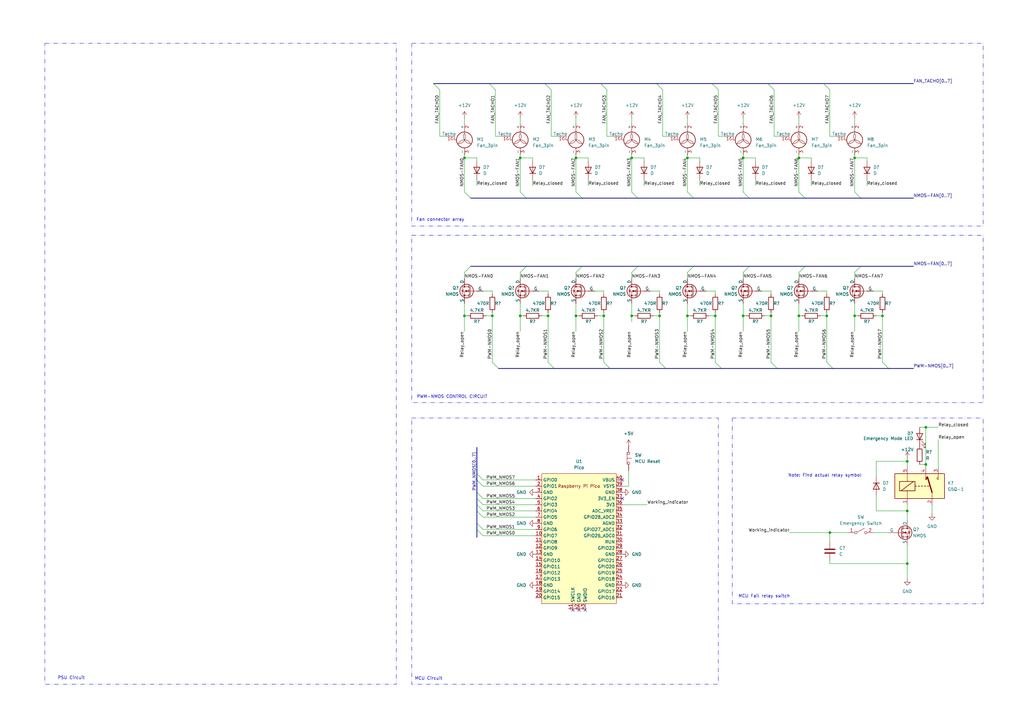
<source format=kicad_sch>
(kicad_sch (version 20231120) (generator "eeschema") (generator_version "8.0")
  (paper "A3")
  (title_block (title "Universal Fan Controller") (rev "1") (company "Designed by: Daniel Siwiaszczyk, Bartosz Nocoń"))
  (lib_symbols
    (symbol "Device:C" (pin_numbers hide) (pin_names (offset 0.254))
      (property "Reference" "C" (at 0.635 2.54 0))
      (property "Value" "C" (at 0.635 -2.54 0))
      (symbol "C_0_1"
        (polyline (pts (xy -2.032 -0.762) (xy 2.032 -0.762)) (stroke (width 0.508)))
        (polyline (pts (xy -2.032 0.762) (xy 2.032 0.762)) (stroke (width 0.508)))
      )
      (symbol "C_1_1"
        (pin passive line (at 0 3.81 270) (length 2.794) (name "~") (number "1"))
        (pin passive line (at 0 -3.81 90) (length 2.794) (name "~") (number "2"))
      )
    )
    (symbol "Device:D" (pin_numbers hide) (pin_names (offset 1.016) hide)
      (property "Reference" "D" (at 0 2.54 0))
      (property "Value" "D" (at 0 -2.54 0))
      (symbol "D_0_1"
        (polyline (pts (xy -1.27 1.27) (xy -1.27 -1.27)) (stroke (width 0.254)))
        (polyline (pts (xy 1.27 0) (xy -1.27 0)))
        (polyline (pts (xy 1.27 1.27) (xy 1.27 -1.27) (xy -1.27 0) (xy 1.27 1.27)) (stroke (width 0.254)))
      )
      (symbol "D_1_1"
        (pin passive line (at -3.81 0 0) (length 2.54) (name "K") (number "1"))
        (pin passive line (at 3.81 0 180) (length 2.54) (name "A") (number "2"))
      )
    )
    (symbol "Device:LED" (pin_numbers hide) (pin_names (offset 1.016) hide)
      (property "Reference" "D" (at 0 2.54 0))
      (property "Value" "LED" (at 0 -2.54 0))
      (symbol "LED_0_1"
        (polyline (pts (xy -1.27 -1.27) (xy -1.27 1.27)) (stroke (width 0.254)))
        (polyline (pts (xy -1.27 0) (xy 1.27 0)))
        (polyline (pts (xy 1.27 -1.27) (xy 1.27 1.27) (xy -1.27 0) (xy 1.27 -1.27)) (stroke (width 0.254)))
        (polyline (pts (xy -3.048 -0.762) (xy -4.572 -2.286) (xy -3.81 -2.286) (xy -4.572 -2.286) (xy -4.572 -1.524)))
        (polyline (pts (xy -1.778 -0.762) (xy -3.302 -2.286) (xy -2.54 -2.286) (xy -3.302 -2.286) (xy -3.302 -1.524)))
      )
      (symbol "LED_1_1"
        (pin passive line (at -3.81 0 0) (length 2.54) (name "K") (number "1"))
        (pin passive line (at 3.81 0 180) (length 2.54) (name "A") (number "2"))
      )
    )
    (symbol "Device:R" (pin_numbers hide) (pin_names (offset 0))
      (property "Reference" "R" (at 2.032 0 90))
      (property "Value" "R" (at 0 0 90))
      (symbol "R_0_1"
        (rectangle (start -1.016 -2.54) (end 1.016 2.54) (stroke (width 0.254)))
      )
      (symbol "R_1_1"
        (pin passive line (at 0 3.81 270) (length 1.27) (name "~") (number "1"))
        (pin passive line (at 0 -3.81 90) (length 1.27) (name "~") (number "2"))
      )
    )
    (symbol "MCU_RaspberryPi_and_Boards:Pico"
      (property "Reference" "U" (at -13.97 27.94 0))
      (property "Value" "Pico" (at 0 19.05 0))
      (symbol "Pico_0_0"
        (text "Raspberry Pi Pico" (at 0 21.59 0) (effects (font (size 1.27 1.27))))
      )
      (symbol "Pico_0_1"
        (rectangle (start -15.24 26.67) (end 15.24 -26.67) (fill (type background)))
      )
      (symbol "Pico_1_1"
        (pin bidirectional line (at -17.78 24.13 0) (length 2.54) (name "GPIO0") (number "1"))
        (pin bidirectional line (at -17.78 1.27 0) (length 2.54) (name "GPIO7") (number "10"))
        (pin bidirectional line (at -17.78 -1.27 0) (length 2.54) (name "GPIO8") (number "11"))
        (pin bidirectional line (at -17.78 -3.81 0) (length 2.54) (name "GPIO9") (number "12"))
        (pin power_in line (at -17.78 -6.35 0) (length 2.54) (name "GND") (number "13"))
        (pin bidirectional line (at -17.78 -8.89 0) (length 2.54) (name "GPIO10") (number "14"))
        (pin bidirectional line (at -17.78 -11.43 0) (length 2.54) (name "GPIO11") (number "15"))
        (pin bidirectional line (at -17.78 -13.97 0) (length 2.54) (name "GPIO12") (number "16"))
        (pin bidirectional line (at -17.78 -16.51 0) (length 2.54) (name "GPIO13") (number "17"))
        (pin power_in line (at -17.78 -19.05 0) (length 2.54) (name "GND") (number "18"))
        (pin bidirectional line (at -17.78 -21.59 0) (length 2.54) (name "GPIO14") (number "19"))
        (pin bidirectional line (at -17.78 21.59 0) (length 2.54) (name "GPIO1") (number "2"))
        (pin bidirectional line (at -17.78 -24.13 0) (length 2.54) (name "GPIO15") (number "20"))
        (pin bidirectional line (at 17.78 -24.13 180) (length 2.54) (name "GPIO16") (number "21"))
        (pin bidirectional line (at 17.78 -21.59 180) (length 2.54) (name "GPIO17") (number "22"))
        (pin power_in line (at 17.78 -19.05 180) (length 2.54) (name "GND") (number "23"))
        (pin bidirectional line (at 17.78 -16.51 180) (length 2.54) (name "GPIO18") (number "24"))
        (pin bidirectional line (at 17.78 -13.97 180) (length 2.54) (name "GPIO19") (number "25"))
        (pin bidirectional line (at 17.78 -11.43 180) (length 2.54) (name "GPIO20") (number "26"))
        (pin bidirectional line (at 17.78 -8.89 180) (length 2.54) (name "GPIO21") (number "27"))
        (pin power_in line (at 17.78 -6.35 180) (length 2.54) (name "GND") (number "28"))
        (pin bidirectional line (at 17.78 -3.81 180) (length 2.54) (name "GPIO22") (number "29"))
        (pin power_in line (at -17.78 19.05 0) (length 2.54) (name "GND") (number "3"))
        (pin input line (at 17.78 -1.27 180) (length 2.54) (name "RUN") (number "30"))
        (pin bidirectional line (at 17.78 1.27 180) (length 2.54) (name "GPIO26_ADC0") (number "31"))
        (pin bidirectional line (at 17.78 3.81 180) (length 2.54) (name "GPIO27_ADC1") (number "32"))
        (pin power_in line (at 17.78 6.35 180) (length 2.54) (name "AGND") (number "33"))
        (pin bidirectional line (at 17.78 8.89 180) (length 2.54) (name "GPIO28_ADC2") (number "34"))
        (pin power_in line (at 17.78 11.43 180) (length 2.54) (name "ADC_VREF") (number "35"))
        (pin power_in line (at 17.78 13.97 180) (length 2.54) (name "3V3") (number "36"))
        (pin input line (at 17.78 16.51 180) (length 2.54) (name "3V3_EN") (number "37"))
        (pin power_in line (at 17.78 19.05 180) (length 2.54) (name "GND") (number "38"))
        (pin power_in line (at 17.78 21.59 180) (length 2.54) (name "VSYS") (number "39"))
        (pin bidirectional line (at -17.78 16.51 0) (length 2.54) (name "GPIO2") (number "4"))
        (pin power_in line (at 17.78 24.13 180) (length 2.54) (name "VBUS") (number "40"))
        (pin input line (at -2.54 -29.21 90) (length 2.54) (name "SWCLK") (number "41"))
        (pin power_in line (at 0 -29.21 90) (length 2.54) (name "GND") (number "42"))
        (pin bidirectional line (at 2.54 -29.21 90) (length 2.54) (name "SWDIO") (number "43"))
        (pin bidirectional line (at -17.78 13.97 0) (length 2.54) (name "GPIO3") (number "5"))
        (pin bidirectional line (at -17.78 11.43 0) (length 2.54) (name "GPIO4") (number "6"))
        (pin bidirectional line (at -17.78 8.89 0) (length 2.54) (name "GPIO5") (number "7"))
        (pin power_in line (at -17.78 6.35 0) (length 2.54) (name "GND") (number "8"))
        (pin bidirectional line (at -17.78 3.81 0) (length 2.54) (name "GPIO6") (number "9"))
      )
    )
    (symbol "Motor:Fan_3pin" (pin_names (offset 0))
      (property "Reference" "M" (at 2.54 2.54 0))
      (property "Value" "Fan_3pin" (at 2.54 -5.08 0))
      (symbol "Fan_3pin_0_0"
        (arc (start -5.588 -1.016) (mid -5.08 -1.5218) (end -4.572 -1.016))
        (arc (start -5.08 -0.508) (mid -5.4392 -0.6568) (end -5.588 -1.016))
        (polyline (pts (xy -5.08 -0.508) (xy -5.334 -0.381)))
        (polyline (pts (xy -5.08 -0.508) (xy -5.207 -0.762)))
        (polyline (pts (xy -4.064 0) (xy -4.064 -1.524) (xy -3.302 -1.524)))
      )
      (symbol "Fan_3pin_0_1"
        (arc (start -2.54 -3.048) (mid 0.0028 -1.6279) (end 0 1.27))
        (circle (center 0 -1.524) (radius 3.2512) (stroke (width 0.254)))
        (polyline (pts (xy -4.064 0) (xy -5.08 0)))
        (polyline (pts (xy 0 -7.62) (xy 0 -7.112)))
        (polyline (pts (xy 0 -4.7752) (xy 0 -5.1816)))
        (polyline (pts (xy 0 1.7272) (xy 0 2.0828)))
        (polyline (pts (xy 0 2.032) (xy 0 2.54)))
        (arc (start 0 1.27) (mid 0.053 -1.619) (end 2.54 -3.048))
        (arc (start 2.54 -3.048) (mid 0 -1.4782) (end -2.54 -3.048))
      )
      (symbol "Fan_3pin_1_1"
        (pin passive line (at -7.62 0 0) (length 2.54) (name "Tacho") (number "1"))
        (pin passive line (at 0 5.08 270) (length 2.54) (name "+") (number "2"))
        (pin passive line (at 0 -7.62 90) (length 2.54) (name "-") (number "3"))
      )
    )
    (symbol "Relay:G5Q-1"
      (property "Reference" "K" (at 11.43 3.81 0))
      (property "Value" "G5Q-1" (at 11.43 1.27 0))
      (symbol "G5Q-1_0_0"
        (polyline (pts (xy 7.62 5.08) (xy 7.62 2.54) (xy 6.985 3.175) (xy 7.62 3.81)))
      )
      (symbol "G5Q-1_0_1"
        (rectangle (start -10.16 5.08) (end 10.16 -5.08) (stroke (width 0.254)) (fill (type background)))
        (rectangle (start -8.255 1.905) (end -1.905 -1.905) (stroke (width 0.254)))
        (polyline (pts (xy -7.62 -1.905) (xy -2.54 1.905)) (stroke (width 0.254)))
        (polyline (pts (xy -5.08 -5.08) (xy -5.08 -1.905)))
        (polyline (pts (xy -5.08 5.08) (xy -5.08 1.905)))
        (polyline (pts (xy -1.905 0) (xy -1.27 0)) (stroke (width 0.254)))
        (polyline (pts (xy -0.635 0) (xy 0 0)) (stroke (width 0.254)))
        (polyline (pts (xy 0.635 0) (xy 1.27 0)) (stroke (width 0.254)))
        (polyline (pts (xy 1.905 0) (xy 2.54 0)) (stroke (width 0.254)))
        (polyline (pts (xy 3.175 0) (xy 3.81 0)) (stroke (width 0.254)))
        (polyline (pts (xy 5.08 -2.54) (xy 3.175 3.81)) (stroke (width 0.508)))
        (polyline (pts (xy 5.08 -2.54) (xy 5.08 -5.08)))
        (polyline (pts (xy 2.54 5.08) (xy 2.54 2.54) (xy 3.175 3.175) (xy 2.54 3.81)) (fill (type outline)))
      )
      (symbol "G5Q-1_1_1"
        (pin passive line (at -5.08 -7.62 90) (length 2.54) (name "~") (number "1"))
        (pin passive line (at 5.08 -7.62 90) (length 2.54) (name "~") (number "2"))
        (pin passive line (at 7.62 7.62 270) (length 2.54) (name "~") (number "3"))
        (pin passive line (at 2.54 7.62 270) (length 2.54) (name "~") (number "4"))
        (pin passive line (at -5.08 7.62 270) (length 2.54) (name "~") (number "5"))
      )
    )
    (symbol "Simulation_SPICE:NMOS" (pin_numbers hide) (pin_names (offset 0))
      (property "Reference" "Q" (at 5.08 1.27 0))
      (property "Value" "NMOS" (at 5.08 -1.27 0))
      (symbol "NMOS_0_1"
        (polyline (pts (xy 0.254 0) (xy -2.54 0)))
        (polyline (pts (xy 0.254 1.905) (xy 0.254 -1.905)) (stroke (width 0.254)))
        (polyline (pts (xy 0.762 -1.27) (xy 0.762 -2.286)) (stroke (width 0.254)))
        (polyline (pts (xy 0.762 0.508) (xy 0.762 -0.508)) (stroke (width 0.254)))
        (polyline (pts (xy 0.762 2.286) (xy 0.762 1.27)) (stroke (width 0.254)))
        (polyline (pts (xy 2.54 2.54) (xy 2.54 1.778)))
        (polyline (pts (xy 2.54 -2.54) (xy 2.54 0) (xy 0.762 0)))
        (polyline (pts (xy 0.762 -1.778) (xy 3.302 -1.778) (xy 3.302 1.778) (xy 0.762 1.778)))
        (polyline (pts (xy 1.016 0) (xy 2.032 0.381) (xy 2.032 -0.381) (xy 1.016 0)) (fill (type outline)))
        (polyline (pts (xy 2.794 0.508) (xy 2.921 0.381) (xy 3.683 0.381) (xy 3.81 0.254)))
        (polyline (pts (xy 3.302 0.381) (xy 2.921 -0.254) (xy 3.683 -0.254) (xy 3.302 0.381)))
        (circle (center 1.651 0) (radius 2.794) (stroke (width 0.254)))
        (circle (center 2.54 -1.778) (radius 0.254) (fill (type outline)))
        (circle (center 2.54 1.778) (radius 0.254) (fill (type outline)))
      )
      (symbol "NMOS_1_1"
        (pin passive line (at 2.54 5.08 270) (length 2.54) (name "D") (number "1"))
        (pin input line (at -5.08 0 0) (length 2.54) (name "G") (number "2"))
        (pin passive line (at 2.54 -5.08 90) (length 2.54) (name "S") (number "3"))
      )
    )
    (symbol "Switch:SW_Push_Open" (pin_numbers hide) (pin_names (offset 1.016) hide)
      (property "Reference" "SW" (at 0 2.54 0))
      (property "Value" "SW_Push_Open" (at 0 -1.905 0))
      (symbol "SW_Push_Open_0_1"
        (circle (center -2.032 0) (radius 0.508))
        (polyline (pts (xy -2.54 -0.635) (xy 2.54 -0.635)))
        (polyline (pts (xy 0 -0.635) (xy 0 1.27)))
        (circle (center 2.032 0) (radius 0.508))
        (pin passive line (at -5.08 0 0) (length 2.54) (name "A") (number "1"))
      )
      (symbol "SW_Push_Open_1_1"
        (pin passive line (at 5.08 0 180) (length 2.54) (name "B") (number "2"))
      )
    )
    (symbol "Switch:SW_SPST" (pin_names (offset 0) hide)
      (property "Reference" "SW" (at 0 3.175 0))
      (property "Value" "SW_SPST" (at 0 -2.54 0))
      (symbol "SW_SPST_0_0"
        (circle (center -2.032 0) (radius 0.508))
        (polyline (pts (xy -1.524 0.254) (xy 1.524 1.778)))
        (circle (center 2.032 0) (radius 0.508))
      )
      (symbol "SW_SPST_1_1"
        (pin passive line (at -5.08 0 0) (length 2.54) (name "A") (number "1"))
        (pin passive line (at 5.08 0 180) (length 2.54) (name "B") (number "2"))
      )
    )
    (symbol "power:+12V" (power) (pin_numbers hide) (pin_names (offset 0) hide)
      (property "Value" "+12V" (at 0 3.556 0))
      (symbol "+12V_0_1"
        (polyline (pts (xy -0.762 1.27) (xy 0 2.54)))
        (polyline (pts (xy 0 0) (xy 0 2.54)))
        (polyline (pts (xy 0 2.54) (xy 0.762 1.27)))
      )
      (symbol "+12V_1_1"
        (pin power_in line (at 0 0 90) (length 0) (name "~") (number "1"))
      )
    )
    (symbol "power:+5V" (power) (pin_numbers hide) (pin_names (offset 0) hide)
      (property "Value" "+5V" (at 0 3.556 0))
      (symbol "+5V_0_1"
        (polyline (pts (xy -0.762 1.27) (xy 0 2.54)))
        (polyline (pts (xy 0 0) (xy 0 2.54)))
        (polyline (pts (xy 0 2.54) (xy 0.762 1.27)))
      )
      (symbol "+5V_1_1"
        (pin power_in line (at 0 0 90) (length 0) (name "~") (number "1"))
      )
    )
    (symbol "power:GND" (power) (pin_numbers hide) (pin_names (offset 0) hide)
      (property "Value" "GND" (at 0 -3.81 0))
      (symbol "GND_0_1"
        (polyline (pts (xy 0 0) (xy 0 -1.27) (xy 1.27 -1.27) (xy 0 -2.54) (xy -1.27 -1.27) (xy 0 -1.27)))
      )
      (symbol "GND_1_1"
        (pin power_in line (at 0 0 270) (length 0) (name "~") (number "1"))
      )
    )
  )
  (junction (at 350.52 64.77))
  (junction (at 236.22 64.77))
  (junction (at 259.08 64.77))
  (junction (at 281.94 64.77))
  (junction (at 224.79 129.54))
  (junction (at 281.94 129.54))
  (junction (at 327.66 64.77))
  (junction (at 350.52 129.54))
  (junction (at 361.95 129.54))
  (junction (at 259.08 129.54))
  (junction (at 236.22 129.54))
  (junction (at 213.36 64.77))
  (junction (at 372.11 189.23))
  (junction (at 190.5 64.77))
  (junction (at 379.73 175.26))
  (junction (at 379.73 190.5))
  (junction (at 304.8 64.77))
  (junction (at 270.51 129.54))
  (junction (at 293.37 129.54))
  (junction (at 316.23 129.54))
  (junction (at 247.65 129.54))
  (junction (at 327.66 129.54))
  (junction (at 340.36 218.44))
  (junction (at 304.8 129.54))
  (junction (at 190.5 129.54))
  (junction (at 201.93 129.54))
  (junction (at 213.36 129.54))
  (junction (at 339.09 129.54))
  (junction (at 372.11 209.55))
  (junction (at 372.11 231.14))
  (no_connect (at 255.27 204.47))
  (no_connect (at 234.95 250.19))
  (no_connect (at 240.03 250.19))
  (no_connect (at 237.49 250.19))
  (no_connect (at 255.27 196.85))
  (bus_entry (at 269.24 34.29) (size 2.54 2.54))
  (bus_entry (at 364.49 151.13) (size -2.54 -2.54))
  (bus_entry (at 337.82 34.29) (size 2.54 2.54))
  (bus_entry (at 177.8 34.29) (size 2.54 2.54))
  (bus_entry (at 341.63 151.13) (size -2.54 -2.54))
  (bus_entry (at 246.38 34.29) (size 2.54 2.54))
  (bus_entry (at 284.48 109.22) (size -2.54 2.54))
  (bus_entry (at 193.04 81.28) (size -2.54 -2.54))
  (bus_entry (at 195.58 217.17) (size 2.54 2.54))
  (bus_entry (at 295.91 151.13) (size -2.54 -2.54))
  (bus_entry (at 318.77 151.13) (size -2.54 -2.54))
  (bus_entry (at 195.58 214.63) (size 2.54 2.54))
  (bus_entry (at 307.34 81.28) (size -2.54 -2.54))
  (bus_entry (at 238.76 81.28) (size -2.54 -2.54))
  (bus_entry (at 195.58 209.55) (size 2.54 2.54))
  (bus_entry (at 215.9 81.28) (size -2.54 -2.54))
  (bus_entry (at 195.58 207.01) (size 2.54 2.54))
  (bus_entry (at 330.2 81.28) (size -2.54 -2.54))
  (bus_entry (at 330.2 109.22) (size -2.54 2.54))
  (bus_entry (at 284.48 81.28) (size -2.54 -2.54))
  (bus_entry (at 195.58 201.93) (size 2.54 2.54))
  (bus_entry (at 238.76 109.22) (size -2.54 2.54))
  (bus_entry (at 261.62 109.22) (size -2.54 2.54))
  (bus_entry (at 353.06 109.22) (size -2.54 2.54))
  (bus_entry (at 273.05 151.13) (size -2.54 -2.54))
  (bus_entry (at 215.9 109.22) (size -2.54 2.54))
  (bus_entry (at 250.19 151.13) (size -2.54 -2.54))
  (bus_entry (at 195.58 196.85) (size 2.54 2.54))
  (bus_entry (at 195.58 194.31) (size 2.54 2.54))
  (bus_entry (at 200.66 34.29) (size 2.54 2.54))
  (bus_entry (at 261.62 81.28) (size -2.54 -2.54))
  (bus_entry (at 353.06 81.28) (size -2.54 -2.54))
  (bus_entry (at 204.47 151.13) (size -2.54 -2.54))
  (bus_entry (at 227.33 151.13) (size -2.54 -2.54))
  (bus_entry (at 307.34 109.22) (size -2.54 2.54))
  (bus_entry (at 195.58 204.47) (size 2.54 2.54))
  (bus_entry (at 314.96 34.29) (size 2.54 2.54))
  (bus_entry (at 193.04 109.22) (size -2.54 2.54))
  (bus_entry (at 223.52 34.29) (size 2.54 2.54))
  (bus_entry (at 292.1 34.29) (size 2.54 2.54))
  (wire (pts (xy 264.16 64.77) (xy 259.08 64.77)))
  (bus (pts (xy 284.48 109.22) (xy 261.62 109.22)))
  (wire (pts (xy 201.93 129.54) (xy 199.39 129.54)))
  (wire (pts (xy 327.66 129.54) (xy 327.66 135.89)))
  (wire (pts (xy 236.22 124.46) (xy 236.22 129.54)))
  (wire (pts (xy 359.41 195.58) (xy 359.41 189.23)))
  (wire (pts (xy 248.92 55.88) (xy 251.46 55.88)))
  (wire (pts (xy 361.95 120.65) (xy 361.95 119.38)))
  (bus (pts (xy 250.19 151.13) (xy 227.33 151.13)))
  (wire (pts (xy 195.58 64.77) (xy 190.5 64.77)))
  (wire (pts (xy 316.23 129.54) (xy 313.69 129.54)))
  (wire (pts (xy 339.09 119.38) (xy 335.28 119.38)))
  (wire (pts (xy 270.51 129.54) (xy 270.51 128.27)))
  (wire (pts (xy 201.93 119.38) (xy 198.12 119.38)))
  (wire (pts (xy 316.23 129.54) (xy 316.23 148.59)))
  (bus (pts (xy 177.8 34.29) (xy 200.66 34.29)))
  (wire (pts (xy 236.22 111.76) (xy 236.22 114.3)))
  (wire (pts (xy 247.65 120.65) (xy 247.65 119.38)))
  (wire (pts (xy 198.12 207.01) (xy 219.71 207.01)))
  (wire (pts (xy 328.93 129.54) (xy 327.66 129.54)))
  (wire (pts (xy 361.95 119.38) (xy 358.14 119.38)))
  (wire (pts (xy 304.8 129.54) (xy 304.8 135.89)))
  (wire (pts (xy 304.8 124.46) (xy 304.8 129.54)))
  (wire (pts (xy 361.95 129.54) (xy 359.41 129.54)))
  (wire (pts (xy 304.8 48.26) (xy 304.8 50.8)))
  (wire (pts (xy 306.07 129.54) (xy 304.8 129.54)))
  (bus (pts (xy 195.58 209.55) (xy 195.58 214.63)))
  (bus (pts (xy 195.58 204.47) (xy 195.58 207.01)))
  (wire (pts (xy 201.93 129.54) (xy 201.93 128.27)))
  (bus (pts (xy 195.58 217.17) (xy 195.58 220.345)))
  (wire (pts (xy 236.22 63.5) (xy 236.22 64.77)))
  (wire (pts (xy 339.09 129.54) (xy 339.09 148.59)))
  (wire (pts (xy 339.09 129.54) (xy 339.09 128.27)))
  (bus (pts (xy 223.52 34.29) (xy 246.38 34.29)))
  (bus (pts (xy 250.19 151.13) (xy 273.05 151.13)))
  (wire (pts (xy 350.52 48.26) (xy 350.52 50.8)))
  (wire (pts (xy 259.08 129.54) (xy 259.08 132.08)))
  (wire (pts (xy 293.37 120.65) (xy 293.37 119.38)))
  (wire (pts (xy 224.79 129.54) (xy 224.79 148.59)))
  (wire (pts (xy 213.36 111.76) (xy 213.36 114.3)))
  (wire (pts (xy 384.81 175.26) (xy 379.73 175.26)))
  (wire (pts (xy 339.09 129.54) (xy 336.55 129.54)))
  (wire (pts (xy 180.34 55.88) (xy 182.88 55.88)))
  (wire (pts (xy 270.51 120.65) (xy 270.51 119.38)))
  (wire (pts (xy 355.6 66.04) (xy 355.6 64.77)))
  (wire (pts (xy 191.77 129.54) (xy 190.5 129.54)))
  (wire (pts (xy 224.79 119.38) (xy 220.98 119.38)))
  (wire (pts (xy 377.19 190.5) (xy 379.73 190.5)))
  (wire (pts (xy 255.27 207.01) (xy 265.43 207.01)))
  (wire (pts (xy 264.16 76.2) (xy 264.16 73.66)))
  (wire (pts (xy 327.66 124.46) (xy 327.66 129.54)))
  (wire (pts (xy 198.12 196.85) (xy 219.71 196.85)))
  (wire (pts (xy 195.58 66.04) (xy 195.58 64.77)))
  (wire (pts (xy 283.21 129.54) (xy 281.94 129.54)))
  (wire (pts (xy 247.65 119.38) (xy 243.84 119.38)))
  (wire (pts (xy 218.44 76.2) (xy 218.44 73.66)))
  (bus (pts (xy 307.34 81.28) (xy 330.2 81.28)))
  (wire (pts (xy 317.5 55.88) (xy 320.04 55.88)))
  (wire (pts (xy 294.64 55.88) (xy 297.18 55.88)))
  (wire (pts (xy 259.08 64.77) (xy 259.08 78.74)))
  (wire (pts (xy 270.51 119.38) (xy 266.7 119.38)))
  (bus (pts (xy 330.2 81.28) (xy 353.06 81.28)))
  (wire (pts (xy 293.37 129.54) (xy 293.37 128.27)))
  (wire (pts (xy 198.12 209.55) (xy 219.71 209.55)))
  (wire (pts (xy 340.36 218.44) (xy 340.36 222.25)))
  (bus (pts (xy 215.9 81.28) (xy 238.76 81.28)))
  (bus (pts (xy 195.58 214.63) (xy 195.58 217.17)))
  (wire (pts (xy 316.23 120.65) (xy 316.23 119.38)))
  (wire (pts (xy 201.93 120.65) (xy 201.93 119.38)))
  (wire (pts (xy 198.12 219.71) (xy 219.71 219.71)))
  (wire (pts (xy 201.93 129.54) (xy 201.93 148.59)))
  (wire (pts (xy 316.23 119.38) (xy 312.42 119.38)))
  (bus (pts (xy 193.04 81.28) (xy 215.9 81.28)))
  (wire (pts (xy 294.64 36.83) (xy 294.64 55.88)))
  (wire (pts (xy 361.95 129.54) (xy 361.95 128.27)))
  (wire (pts (xy 359.41 203.2) (xy 359.41 209.55)))
  (wire (pts (xy 361.95 129.54) (xy 361.95 148.59)))
  (bus (pts (xy 269.24 34.29) (xy 292.1 34.29)))
  (wire (pts (xy 332.74 66.04) (xy 332.74 64.77)))
  (wire (pts (xy 340.36 231.14) (xy 372.11 231.14)))
  (bus (pts (xy 238.76 109.22) (xy 215.9 109.22)))
  (wire (pts (xy 372.11 231.14) (xy 372.11 237.49)))
  (wire (pts (xy 248.92 36.83) (xy 248.92 55.88)))
  (bus (pts (xy 341.63 151.13) (xy 318.77 151.13)))
  (wire (pts (xy 379.73 175.26) (xy 379.73 190.5)))
  (wire (pts (xy 309.88 64.77) (xy 304.8 64.77)))
  (wire (pts (xy 180.34 36.83) (xy 180.34 55.88)))
  (wire (pts (xy 350.52 111.76) (xy 350.52 114.3)))
  (wire (pts (xy 281.94 129.54) (xy 281.94 135.89)))
  (wire (pts (xy 359.41 189.23) (xy 372.11 189.23)))
  (bus (pts (xy 195.58 196.85) (xy 195.58 201.93)))
  (wire (pts (xy 247.65 129.54) (xy 245.11 129.54)))
  (wire (pts (xy 372.11 209.55) (xy 372.11 213.36)))
  (wire (pts (xy 372.11 187.96) (xy 372.11 189.23)))
  (wire (pts (xy 281.94 48.26) (xy 281.94 50.8)))
  (wire (pts (xy 350.52 124.46) (xy 350.52 129.54)))
  (wire (pts (xy 214.63 129.54) (xy 213.36 129.54)))
  (wire (pts (xy 327.66 64.77) (xy 327.66 78.74)))
  (wire (pts (xy 304.8 111.76) (xy 304.8 114.3)))
  (wire (pts (xy 190.5 111.76) (xy 190.5 114.3)))
  (wire (pts (xy 293.37 129.54) (xy 290.83 129.54)))
  (wire (pts (xy 287.02 66.04) (xy 287.02 64.77)))
  (wire (pts (xy 281.94 63.5) (xy 281.94 64.77)))
  (wire (pts (xy 340.36 218.44) (xy 347.98 218.44)))
  (wire (pts (xy 236.22 129.54) (xy 236.22 135.89)))
  (wire (pts (xy 379.73 190.5) (xy 379.73 191.77)))
  (wire (pts (xy 198.12 212.09) (xy 219.71 212.09)))
  (bus (pts (xy 341.63 151.13) (xy 364.49 151.13)))
  (wire (pts (xy 327.66 48.26) (xy 327.66 50.8)))
  (wire (pts (xy 309.88 76.2) (xy 309.88 73.66)))
  (wire (pts (xy 340.36 36.83) (xy 340.36 55.88)))
  (bus (pts (xy 238.76 109.22) (xy 261.62 109.22)))
  (wire (pts (xy 190.5 64.77) (xy 190.5 78.74)))
  (wire (pts (xy 241.3 64.77) (xy 236.22 64.77)))
  (wire (pts (xy 340.36 229.87) (xy 340.36 231.14)))
  (wire (pts (xy 355.6 76.2) (xy 355.6 73.66)))
  (wire (pts (xy 332.74 64.77) (xy 327.66 64.77)))
  (wire (pts (xy 316.23 129.54) (xy 316.23 128.27)))
  (wire (pts (xy 190.5 63.5) (xy 190.5 64.77)))
  (wire (pts (xy 271.78 55.88) (xy 274.32 55.88)))
  (bus (pts (xy 195.58 194.31) (xy 195.58 196.85)))
  (wire (pts (xy 224.79 120.65) (xy 224.79 119.38)))
  (wire (pts (xy 382.27 207.01) (xy 382.27 210.82)))
  (wire (pts (xy 203.2 36.83) (xy 203.2 55.88)))
  (wire (pts (xy 237.49 129.54) (xy 236.22 129.54)))
  (bus (pts (xy 353.06 81.28) (xy 374.65 81.28)))
  (wire (pts (xy 247.65 129.54) (xy 247.65 148.59)))
  (wire (pts (xy 259.08 111.76) (xy 259.08 114.3)))
  (wire (pts (xy 281.94 124.46) (xy 281.94 129.54)))
  (bus (pts (xy 204.47 151.13) (xy 227.33 151.13)))
  (wire (pts (xy 281.94 64.77) (xy 281.94 78.74)))
  (wire (pts (xy 270.51 129.54) (xy 270.51 148.59)))
  (wire (pts (xy 350.52 129.54) (xy 350.52 135.89)))
  (bus (pts (xy 238.76 81.28) (xy 261.62 81.28)))
  (bus (pts (xy 314.96 34.29) (xy 337.82 34.29)))
  (wire (pts (xy 190.5 129.54) (xy 190.5 135.89)))
  (wire (pts (xy 195.58 76.2) (xy 195.58 73.66)))
  (wire (pts (xy 271.78 36.83) (xy 271.78 55.88)))
  (wire (pts (xy 323.85 218.44) (xy 340.36 218.44)))
  (bus (pts (xy 337.82 34.29) (xy 374.65 34.29)))
  (bus (pts (xy 295.91 151.13) (xy 318.77 151.13)))
  (wire (pts (xy 317.5 36.83) (xy 317.5 55.88)))
  (wire (pts (xy 260.35 129.54) (xy 259.08 129.54)))
  (wire (pts (xy 372.11 207.01) (xy 372.11 209.55)))
  (wire (pts (xy 259.08 124.46) (xy 259.08 129.54)))
  (wire (pts (xy 304.8 63.5) (xy 304.8 64.77)))
  (wire (pts (xy 247.65 129.54) (xy 247.65 128.27)))
  (wire (pts (xy 377.19 175.26) (xy 379.73 175.26)))
  (wire (pts (xy 372.11 189.23) (xy 372.11 191.77)))
  (wire (pts (xy 257.81 193.04) (xy 257.81 199.39)))
  (wire (pts (xy 293.37 129.54) (xy 293.37 148.59)))
  (wire (pts (xy 224.79 129.54) (xy 224.79 128.27)))
  (bus (pts (xy 307.34 109.22) (xy 330.2 109.22)))
  (wire (pts (xy 340.36 55.88) (xy 342.9 55.88)))
  (wire (pts (xy 358.14 218.44) (xy 364.49 218.44)))
  (bus (pts (xy 195.58 207.01) (xy 195.58 209.55)))
  (wire (pts (xy 226.06 36.83) (xy 226.06 55.88)))
  (bus (pts (xy 330.2 109.22) (xy 353.06 109.22)))
  (wire (pts (xy 203.2 55.88) (xy 205.74 55.88)))
  (bus (pts (xy 195.58 183.515) (xy 195.58 194.31)))
  (wire (pts (xy 327.66 63.5) (xy 327.66 64.77)))
  (wire (pts (xy 190.5 124.46) (xy 190.5 129.54)))
  (wire (pts (xy 351.79 129.54) (xy 350.52 129.54)))
  (wire (pts (xy 350.52 63.5) (xy 350.52 64.77)))
  (wire (pts (xy 287.02 76.2) (xy 287.02 73.66)))
  (bus (pts (xy 261.62 81.28) (xy 284.48 81.28)))
  (bus (pts (xy 364.49 151.13) (xy 374.65 151.13)))
  (wire (pts (xy 359.41 209.55) (xy 372.11 209.55)))
  (bus (pts (xy 195.58 201.93) (xy 195.58 204.47)))
  (wire (pts (xy 257.81 199.39) (xy 255.27 199.39)))
  (wire (pts (xy 309.88 66.04) (xy 309.88 64.77)))
  (bus (pts (xy 284.48 81.28) (xy 307.34 81.28)))
  (wire (pts (xy 355.6 64.77) (xy 350.52 64.77)))
  (wire (pts (xy 213.36 64.77) (xy 213.36 78.74)))
  (wire (pts (xy 350.52 64.77) (xy 350.52 78.74)))
  (wire (pts (xy 332.74 76.2) (xy 332.74 73.66)))
  (wire (pts (xy 293.37 119.38) (xy 289.56 119.38)))
  (wire (pts (xy 270.51 129.54) (xy 267.97 129.54)))
  (wire (pts (xy 236.22 48.26) (xy 236.22 50.8)))
  (wire (pts (xy 372.11 223.52) (xy 372.11 231.14)))
  (wire (pts (xy 190.5 48.26) (xy 190.5 50.8)))
  (bus (pts (xy 292.1 34.29) (xy 314.96 34.29)))
  (wire (pts (xy 198.12 204.47) (xy 219.71 204.47)))
  (bus (pts (xy 193.04 109.22) (xy 215.9 109.22)))
  (wire (pts (xy 241.3 66.04) (xy 241.3 64.77)))
  (wire (pts (xy 259.08 48.26) (xy 259.08 50.8)))
  (wire (pts (xy 327.66 111.76) (xy 327.66 114.3)))
  (wire (pts (xy 218.44 66.04) (xy 218.44 64.77)))
  (wire (pts (xy 236.22 64.77) (xy 236.22 78.74)))
  (wire (pts (xy 304.8 64.77) (xy 304.8 78.74)))
  (wire (pts (xy 224.79 129.54) (xy 222.25 129.54)))
  (wire (pts (xy 384.81 180.34) (xy 384.81 191.77)))
  (wire (pts (xy 218.44 64.77) (xy 213.36 64.77)))
  (wire (pts (xy 213.36 124.46) (xy 213.36 129.54)))
  (bus (pts (xy 353.06 109.22) (xy 374.65 109.22)))
  (wire (pts (xy 213.36 48.26) (xy 213.36 50.8)))
  (wire (pts (xy 213.36 63.5) (xy 213.36 64.77)))
  (bus (pts (xy 200.66 34.29) (xy 223.52 34.29)))
  (wire (pts (xy 259.08 63.5) (xy 259.08 64.77)))
  (wire (pts (xy 241.3 76.2) (xy 241.3 73.66)))
  (wire (pts (xy 339.09 120.65) (xy 339.09 119.38)))
  (bus (pts (xy 246.38 34.29) (xy 269.24 34.29)))
  (wire (pts (xy 264.16 66.04) (xy 264.16 64.77)))
  (wire (pts (xy 281.94 111.76) (xy 281.94 114.3)))
  (bus (pts (xy 295.91 151.13) (xy 273.05 151.13)))
  (bus (pts (xy 284.48 109.22) (xy 307.34 109.22)))
  (wire (pts (xy 213.36 129.54) (xy 213.36 135.89)))
  (wire (pts (xy 287.02 64.77) (xy 281.94 64.77)))
  (wire (pts (xy 226.06 55.88) (xy 228.6 55.88)))
  (wire (pts (xy 198.12 199.39) (xy 219.71 199.39)))
  (wire (pts (xy 198.12 217.17) (xy 219.71 217.17)))
  (rectangle (start 168.91 171.45) (end 294.64 280.67) (stroke (width 0) (type dash_dot_dot)))
  (rectangle (start 18.415 17.78) (end 162.56 280.67) (stroke (width 0) (type dash_dot_dot)))
  (rectangle (start 168.91 17.78) (end 403.225 92.71) (stroke (width 0) (type dash_dot_dot)))
  (rectangle (start 168.91 96.52) (end 403.225 165.1) (stroke (width 0) (type dash_dot_dot)))
  (rectangle (start 300.355 171.45) (end 403.225 247.65) (stroke (width 0) (type dash_dot_dot)))
  (text "MCU Fail relay switch" (at 313.436 244.602 0) (effects (font (size 1.27 1.27))))
  (text "Fan connector array" (at 180.594 90.17 0) (effects (font (size 1.27 1.27))))
  (text "MCU Circuit" (at 175.768 278.384 0) (effects (font (size 1.27 1.27))))
  (text "PWM-NMOS CONTROL CIRCUIT" (at 185.42 162.814 0) (effects (font (size 1.27 1.27))))
  (text "PSU Circuit" (at 29.21 278.13 0) (effects (font (size 1.27 1.27))))
  (text "Note: Find actual relay symbol" (at 338.328 195.072 0) (effects (font (size 1.27 1.27))))
  (label "PWM_NMOS6" (at 199.39 199.39 0))
  (label "PWM_NMOS5" (at 199.39 204.47 0))
  (label "PWM-NMOS[0..7]" (at 374.65 151.13 0))
  (label "PWM-NMOS5" (at 316.23 147.32 90))
  (label "Relay_closed" (at 309.88 76.2 0))
  (label "NMOS-FAN6" (at 327.66 114.3 0))
  (label "FAN_TACHO3" (at 248.92 50.8 90))
  (label "Relay_open" (at 190.5 135.89 270))
  (label "NMOS-FAN4" (at 281.94 114.3 0))
  (label "FAN_TACHO2" (at 226.06 50.8 90))
  (label "Relay_closed" (at 241.3 76.2 0))
  (label "Working_indicator" (at 323.85 218.44 180))
  (label "PWM-NMOS3" (at 270.51 147.32 90))
  (label "NMOS-FAN0" (at 190.5 64.77 270))
  (label "FAN_TACHO[0..7]" (at 374.65 34.29 0))
  (label "Relay_closed" (at 332.74 76.2 0))
  (label "PWM_NMOS7" (at 199.39 196.85 0))
  (label "Relay_open" (at 327.66 135.89 270))
  (label "Relay_open" (at 213.36 135.89 270))
  (label "PWM_NMOS3" (at 199.39 209.55 0))
  (label "FAN_TACHO7" (at 340.36 50.8 90))
  (label "NMOS-FAN2" (at 236.22 64.77 270))
  (label "Relay_closed" (at 355.6 76.2 0))
  (label "PWM-NMOS2" (at 247.65 147.32 90))
  (label "NMOS-FAN[0..7]" (at 374.65 81.28 0))
  (label "FAN_TACHO1" (at 203.2 50.8 90))
  (label "FAN_TACHO6" (at 317.5 50.8 90))
  (label "NMOS-FAN0" (at 190.5 114.3 0))
  (label "Relay_open" (at 350.52 135.89 270))
  (label "PWM_NMOS[0..7]" (at 195.58 201.295 90))
  (label "PWM_NMOS1" (at 199.39 217.17 0))
  (label "NMOS-FAN3" (at 259.08 64.77 270))
  (label "Working_indicator" (at 265.43 207.01 0))
  (label "Relay_closed" (at 384.81 175.26 0))
  (label "NMOS-FAN[0..7]" (at 374.65 109.22 0))
  (label "PWM_NMOS2" (at 199.39 212.09 0))
  (label "NMOS-FAN7" (at 350.52 114.3 0))
  (label "NMOS-FAN3" (at 259.08 114.3 0))
  (label "Relay_open" (at 236.22 135.89 270))
  (label "PWM-NMOS7" (at 361.95 147.32 90))
  (label "Relay_closed" (at 195.58 76.2 0))
  (label "PWM-NMOS4" (at 293.37 147.32 90))
  (label "PWM-NMOS1" (at 224.79 147.32 90))
  (label "Relay_closed" (at 264.16 76.2 0))
  (label "NMOS-FAN4" (at 281.94 64.77 270))
  (label "NMOS-FAN6" (at 327.66 64.77 270))
  (label "PWM_NMOS4" (at 199.39 207.01 0))
  (label "NMOS-FAN5" (at 304.8 64.77 270))
  (label "PWM-NMOS6" (at 339.09 147.32 90))
  (label "NMOS-FAN1" (at 213.36 64.77 270))
  (label "NMOS-FAN1" (at 213.36 114.3 0))
  (label "NMOS-FAN7" (at 350.52 64.77 270))
  (label "Relay_open" (at 304.8 135.89 270))
  (label "Relay_open" (at 259.08 135.89 270))
  (label "PWM-NMOS0" (at 201.93 147.32 90))
  (label "NMOS-FAN2" (at 236.22 114.3 0))
  (label "FAN_TACHO5" (at 294.64 50.8 90))
  (label "NMOS-FAN5" (at 304.8 114.3 0))
  (label "Relay_closed" (at 218.44 76.2 0))
  (label "Relay_open" (at 281.94 135.89 270))
  (label "FAN_TACHO4" (at 271.78 50.8 90))
  (label "Relay_closed" (at 287.02 76.2 0))
  (label "FAN_TACHO0" (at 180.34 50.8 90))
  (label "Relay_open" (at 384.81 180.34 0))
  (label "PWM_NMOS0" (at 199.39 219.71 0))
  (symbol (lib_id "Device:R") (at 264.16 129.54 90) (unit 1)
    (property "Reference" "R?" (at 264.16 131.826 90))
    (property "Value" "4.7KR" (at 264.16 127.254 90))
    (property "Description" "Resistor" (effects (hide yes)))
  )
  (symbol (lib_id "Simulation_SPICE:NMOS") (at 261.62 119.38 0) (mirror y) (unit 1)
    (property "Reference" "Q?" (at 256.794 118.11 0) (effects (justify left)))
    (property "Value" "NMOS" (at 256.794 120.65 0) (effects (justify left)))
    (property "Datasheet" "https://ngspice.sourceforge.io/docs/ngspice-html-manual/manual.xhtml#cha_MOSFETs" (effects (hide yes)))
    (property "Description" "N-MOSFET transistor, drain/source/gate" (effects (hide yes)))
    (property "Sim.Device" "NMOS" (effects (hide yes)))
    (property "Sim.Type" "VDMOS" (effects (hide yes)))
    (property "Sim.Pins" "1=D 2=G 3=S" (effects (hide yes)))
  )
  (symbol (lib_id "power:GND") (at 255.27 240.03 90) (unit 1)
    (property "Reference" "#PWR015" (effects (hide yes)))
    (property "Value" "GND" (at 259.08 240.0299 90) (effects (justify right)))
    (property "Description" "Power symbol creates a global label with name \"GND\" , ground" (effects (hide yes)))
  )
  (symbol (lib_id "Switch:SW_SPST") (at 353.06 218.44 0) (unit 1)
    (property "Reference" "SW" (at 353.06 212.09 0))
    (property "Value" "Emergency Switch" (at 353.06 214.63 0))
    (property "Description" "Single Pole Single Throw (SPST) switch" (effects (hide yes)))
  )
  (symbol (lib_id "power:+12V") (at 327.66 48.26 0) (unit 1)
    (property "Reference" "#PWR07" (effects (hide yes)))
    (property "Value" "+12V" (at 327.66 43.18 0))
    (property "Description" "Power symbol creates a global label with name \"+12V\"" (effects (hide yes)))
  )
  (symbol (lib_id "Device:R") (at 293.37 124.46 180) (unit 1)
    (property "Reference" "R?" (at 295.656 124.46 0))
    (property "Value" "470R" (at 289.56 124.46 0))
    (property "Description" "Resistor" (effects (hide yes)))
  )
  (symbol (lib_id "Device:R") (at 218.44 129.54 90) (unit 1)
    (property "Reference" "R?" (at 218.44 131.826 90))
    (property "Value" "4.7KR" (at 218.44 127.254 90))
    (property "Description" "Resistor" (effects (hide yes)))
  )
  (symbol (lib_id "Simulation_SPICE:NMOS") (at 353.06 119.38 0) (mirror y) (unit 1)
    (property "Reference" "Q?" (at 348.234 118.11 0) (effects (justify left)))
    (property "Value" "NMOS" (at 348.234 120.65 0) (effects (justify left)))
    (property "Datasheet" "https://ngspice.sourceforge.io/docs/ngspice-html-manual/manual.xhtml#cha_MOSFETs" (effects (hide yes)))
    (property "Description" "N-MOSFET transistor, drain/source/gate" (effects (hide yes)))
    (property "Sim.Device" "NMOS" (effects (hide yes)))
    (property "Sim.Type" "VDMOS" (effects (hide yes)))
    (property "Sim.Pins" "1=D 2=G 3=S" (effects (hide yes)))
  )
  (symbol (lib_id "Device:D") (at 264.16 69.85 90) (unit 1)
    (property "Reference" "D?" (at 266.7 68.5799 90) (effects (justify right)))
    (property "Value" "D" (at 266.7 71.1199 90) (effects (justify right)))
    (property "Description" "Diode" (effects (hide yes)))
    (property "Sim.Device" "D" (effects (hide yes)))
    (property "Sim.Pins" "1=K 2=A" (effects (hide yes)))
  )
  (symbol (lib_id "Motor:Fan_3pin") (at 259.08 55.88 0) (unit 1)
    (property "Reference" "M4" (at 264.16 57.1499 0) (effects (justify left)))
    (property "Value" "Fan_3pin" (at 264.16 59.6899 0) (effects (justify left)))
    (property "Datasheet" "http://www.hardwarecanucks.com/forum/attachments/new-builds/16287d1330775095-help-chassis-power-fan-connectors-motherboard-asus_p8z68.jpg" (effects (hide yes)))
    (property "Description" "Fan, tacho output, 3-pin connector" (effects (hide yes)))
  )
  (symbol (lib_id "power:+12V") (at 190.5 48.26 0) (unit 1)
    (property "Reference" "#PWR01" (effects (hide yes)))
    (property "Value" "+12V" (at 190.5 43.18 0))
    (property "Description" "Power symbol creates a global label with name \"+12V\"" (effects (hide yes)))
  )
  (symbol (lib_id "Motor:Fan_3pin") (at 327.66 55.88 0) (unit 1)
    (property "Reference" "M7" (at 332.74 57.1499 0) (effects (justify left)))
    (property "Value" "Fan_3pin" (at 332.74 59.6899 0) (effects (justify left)))
    (property "Datasheet" "http://www.hardwarecanucks.com/forum/attachments/new-builds/16287d1330775095-help-chassis-power-fan-connectors-motherboard-asus_p8z68.jpg" (effects (hide yes)))
    (property "Description" "Fan, tacho output, 3-pin connector" (effects (hide yes)))
  )
  (symbol (lib_id "power:+12V") (at 304.8 48.26 0) (unit 1)
    (property "Reference" "#PWR06" (effects (hide yes)))
    (property "Value" "+12V" (at 304.8 43.18 0))
    (property "Description" "Power symbol creates a global label with name \"+12V\"" (effects (hide yes)))
  )
  (symbol (lib_id "Motor:Fan_3pin") (at 350.52 55.88 0) (unit 1)
    (property "Reference" "M8" (at 355.6 57.1499 0) (effects (justify left)))
    (property "Value" "Fan_3pin" (at 355.6 59.6899 0) (effects (justify left)))
    (property "Datasheet" "http://www.hardwarecanucks.com/forum/attachments/new-builds/16287d1330775095-help-chassis-power-fan-connectors-motherboard-asus_p8z68.jpg" (effects (hide yes)))
    (property "Description" "Fan, tacho output, 3-pin connector" (effects (hide yes)))
  )
  (symbol (lib_id "power:GND") (at 219.71 201.93 270) (unit 1)
    (property "Reference" "#PWR09" (effects (hide yes)))
    (property "Value" "GND" (at 215.9 201.9299 90) (effects (justify right)))
    (property "Description" "Power symbol creates a global label with name \"GND\" , ground" (effects (hide yes)))
  )
  (symbol (lib_id "power:+5V") (at 257.81 182.88 0) (unit 1)
    (property "Reference" "#PWR016" (effects (hide yes)))
    (property "Value" "+5V" (at 257.81 177.8 0))
    (property "Description" "Power symbol creates a global label with name \"+5V\"" (effects (hide yes)))
  )
  (symbol (lib_id "Device:R") (at 270.51 124.46 180) (unit 1)
    (property "Reference" "R?" (at 272.796 124.46 0))
    (property "Value" "470R" (at 266.7 124.46 0))
    (property "Description" "Resistor" (effects (hide yes)))
  )
  (symbol (lib_id "Device:R") (at 224.79 124.46 180) (unit 1)
    (property "Reference" "R?" (at 227.076 124.46 0))
    (property "Value" "470R" (at 220.98 124.46 0))
    (property "Description" "Resistor" (effects (hide yes)))
  )
  (symbol (lib_id "Motor:Fan_3pin") (at 304.8 55.88 0) (unit 1)
    (property "Reference" "M6" (at 309.88 57.1499 0) (effects (justify left)))
    (property "Value" "Fan_3pin" (at 309.88 59.6899 0) (effects (justify left)))
    (property "Datasheet" "http://www.hardwarecanucks.com/forum/attachments/new-builds/16287d1330775095-help-chassis-power-fan-connectors-motherboard-asus_p8z68.jpg" (effects (hide yes)))
    (property "Description" "Fan, tacho output, 3-pin connector" (effects (hide yes)))
  )
  (symbol (lib_id "Device:R") (at 247.65 124.46 180) (unit 1)
    (property "Reference" "R?" (at 249.936 124.46 0))
    (property "Value" "470R" (at 243.84 124.46 0))
    (property "Description" "Resistor" (effects (hide yes)))
  )
  (symbol (lib_id "power:GND") (at 219.71 214.63 270) (unit 1)
    (property "Reference" "#PWR010" (effects (hide yes)))
    (property "Value" "GND" (at 215.9 214.6299 90) (effects (justify right)))
    (property "Description" "Power symbol creates a global label with name \"GND\" , ground" (effects (hide yes)))
  )
  (symbol (lib_id "Device:D") (at 332.74 69.85 90) (unit 1)
    (property "Reference" "D?" (at 335.28 68.5799 90) (effects (justify right)))
    (property "Value" "D" (at 335.28 71.1199 90) (effects (justify right)))
    (property "Description" "Diode" (effects (hide yes)))
    (property "Sim.Device" "D" (effects (hide yes)))
    (property "Sim.Pins" "1=K 2=A" (effects (hide yes)))
  )
  (symbol (lib_id "Device:R") (at 201.93 124.46 180) (unit 1)
    (property "Reference" "R?" (at 204.216 124.46 0))
    (property "Value" "470R" (at 198.12 124.46 0))
    (property "Description" "Resistor" (effects (hide yes)))
  )
  (symbol (lib_id "power:GND") (at 219.71 227.33 270) (unit 1)
    (property "Reference" "#PWR011" (effects (hide yes)))
    (property "Value" "GND" (at 215.9 227.3299 90) (effects (justify right)))
    (property "Description" "Power symbol creates a global label with name \"GND\" , ground" (effects (hide yes)))
  )
  (symbol (lib_id "power:GND") (at 372.11 237.49 0) (unit 1)
    (property "Reference" "#PWR021" (effects (hide yes)))
    (property "Value" "GND" (at 372.11 242.57 0))
    (property "Description" "Power symbol creates a global label with name \"GND\" , ground" (effects (hide yes)))
  )
  (symbol (lib_id "Device:R") (at 241.3 129.54 90) (unit 1)
    (property "Reference" "R?" (at 241.3 131.826 90))
    (property "Value" "4.7KR" (at 241.3 127.254 90))
    (property "Description" "Resistor" (effects (hide yes)))
  )
  (symbol (lib_id "Device:R") (at 377.19 186.69 0) (unit 1)
    (property "Reference" "R?" (at 379.73 185.4199 0) (effects (justify left)))
    (property "Value" "R" (at 379.73 187.9599 0) (effects (justify left)))
    (property "Description" "Resistor" (effects (hide yes)))
  )
  (symbol (lib_id "Device:LED") (at 377.19 179.07 90) (unit 1)
    (property "Reference" "D?" (at 374.65 177.8 90) (effects (justify left)))
    (property "Value" "Emergency Mode LED" (at 374.65 179.832 90) (effects (justify left)))
    (property "Description" "Light emitting diode" (effects (hide yes)))
  )
  (symbol (lib_id "MCU_RaspberryPi_and_Boards:Pico") (at 237.49 220.98 0) (unit 1)
    (property "Reference" "U1" (at 237.49 189.23 0))
    (property "Value" "Pico" (at 237.49 191.77 0))
    (property "Footprint" "MCU_RaspberryPi_and_Boards:RPi_Pico_SMD_TH" (effects (hide yes)))
  )
  (symbol (lib_id "Simulation_SPICE:NMOS") (at 193.04 119.38 0) (mirror y) (unit 1)
    (property "Reference" "Q?" (at 188.214 118.11 0) (effects (justify left)))
    (property "Value" "NMOS" (at 188.214 120.65 0) (effects (justify left)))
    (property "Datasheet" "https://ngspice.sourceforge.io/docs/ngspice-html-manual/manual.xhtml#cha_MOSFETs" (effects (hide yes)))
    (property "Description" "N-MOSFET transistor, drain/source/gate" (effects (hide yes)))
    (property "Sim.Device" "NMOS" (effects (hide yes)))
    (property "Sim.Type" "VDMOS" (effects (hide yes)))
    (property "Sim.Pins" "1=D 2=G 3=S" (effects (hide yes)))
  )
  (symbol (lib_id "Device:D") (at 218.44 69.85 90) (unit 1)
    (property "Reference" "D?" (at 220.98 68.5799 90) (effects (justify right)))
    (property "Value" "D" (at 220.98 71.1199 90) (effects (justify right)))
    (property "Description" "Diode" (effects (hide yes)))
    (property "Sim.Device" "D" (effects (hide yes)))
    (property "Sim.Pins" "1=K 2=A" (effects (hide yes)))
  )
  (symbol (lib_id "Device:R") (at 309.88 129.54 90) (unit 1)
    (property "Reference" "R?" (at 309.88 131.826 90))
    (property "Value" "4.7KR" (at 309.88 127.254 90))
    (property "Description" "Resistor" (effects (hide yes)))
  )
  (symbol (lib_id "Motor:Fan_3pin") (at 213.36 55.88 0) (unit 1)
    (property "Reference" "M2" (at 218.44 57.1499 0) (effects (justify left)))
    (property "Value" "Fan_3pin" (at 218.44 59.6899 0) (effects (justify left)))
    (property "Datasheet" "http://www.hardwarecanucks.com/forum/attachments/new-builds/16287d1330775095-help-chassis-power-fan-connectors-motherboard-asus_p8z68.jpg" (effects (hide yes)))
    (property "Description" "Fan, tacho output, 3-pin connector" (effects (hide yes)))
  )
  (symbol (lib_id "Device:R") (at 332.74 129.54 90) (unit 1)
    (property "Reference" "R?" (at 332.74 131.826 90))
    (property "Value" "4.7KR" (at 332.74 127.254 90))
    (property "Description" "Resistor" (effects (hide yes)))
  )
  (symbol (lib_id "power:GND") (at 219.71 240.03 270) (unit 1)
    (property "Reference" "#PWR012" (effects (hide yes)))
    (property "Value" "GND" (at 215.9 240.0299 90) (effects (justify right)))
    (property "Description" "Power symbol creates a global label with name \"GND\" , ground" (effects (hide yes)))
  )
  (symbol (lib_id "Motor:Fan_3pin") (at 236.22 55.88 0) (unit 1)
    (property "Reference" "M3" (at 241.3 57.1499 0) (effects (justify left)))
    (property "Value" "Fan_3pin" (at 241.3 59.6899 0) (effects (justify left)))
    (property "Datasheet" "http://www.hardwarecanucks.com/forum/attachments/new-builds/16287d1330775095-help-chassis-power-fan-connectors-motherboard-asus_p8z68.jpg" (effects (hide yes)))
    (property "Description" "Fan, tacho output, 3-pin connector" (effects (hide yes)))
  )
  (symbol (lib_id "Motor:Fan_3pin") (at 190.5 55.88 0) (unit 1)
    (property "Reference" "M1" (at 195.58 57.1499 0) (effects (justify left)))
    (property "Value" "Fan_3pin" (at 195.58 59.6899 0) (effects (justify left)))
    (property "Datasheet" "http://www.hardwarecanucks.com/forum/attachments/new-builds/16287d1330775095-help-chassis-power-fan-connectors-motherboard-asus_p8z68.jpg" (effects (hide yes)))
    (property "Description" "Fan, tacho output, 3-pin connector" (effects (hide yes)))
  )
  (symbol (lib_id "Simulation_SPICE:NMOS") (at 284.48 119.38 0) (mirror y) (unit 1)
    (property "Reference" "Q?" (at 279.654 118.11 0) (effects (justify left)))
    (property "Value" "NMOS" (at 279.654 120.65 0) (effects (justify left)))
    (property "Datasheet" "https://ngspice.sourceforge.io/docs/ngspice-html-manual/manual.xhtml#cha_MOSFETs" (effects (hide yes)))
    (property "Description" "N-MOSFET transistor, drain/source/gate" (effects (hide yes)))
    (property "Sim.Device" "NMOS" (effects (hide yes)))
    (property "Sim.Type" "VDMOS" (effects (hide yes)))
    (property "Sim.Pins" "1=D 2=G 3=S" (effects (hide yes)))
  )
  (symbol (lib_id "power:GND") (at 255.27 201.93 90) (unit 1)
    (property "Reference" "#PWR013" (effects (hide yes)))
    (property "Value" "GND" (at 259.08 201.9299 90) (effects (justify right)))
    (property "Description" "Power symbol creates a global label with name \"GND\" , ground" (effects (hide yes)))
  )
  (symbol (lib_id "Device:R") (at 361.95 124.46 180) (unit 1)
    (property "Reference" "R?" (at 364.236 124.46 0))
    (property "Value" "470R" (at 358.14 124.46 0))
    (property "Description" "Resistor" (effects (hide yes)))
  )
  (symbol (lib_id "Motor:Fan_3pin") (at 281.94 55.88 0) (unit 1)
    (property "Reference" "M5" (at 287.02 57.1499 0) (effects (justify left)))
    (property "Value" "Fan_3pin" (at 287.02 59.6899 0) (effects (justify left)))
    (property "Datasheet" "http://www.hardwarecanucks.com/forum/attachments/new-builds/16287d1330775095-help-chassis-power-fan-connectors-motherboard-asus_p8z68.jpg" (effects (hide yes)))
    (property "Description" "Fan, tacho output, 3-pin connector" (effects (hide yes)))
  )
  (symbol (lib_id "Device:D") (at 309.88 69.85 90) (unit 1)
    (property "Reference" "D?" (at 312.42 68.5799 90) (effects (justify right)))
    (property "Value" "D" (at 312.42 71.1199 90) (effects (justify right)))
    (property "Description" "Diode" (effects (hide yes)))
    (property "Sim.Device" "D" (effects (hide yes)))
    (property "Sim.Pins" "1=K 2=A" (effects (hide yes)))
  )
  (symbol (lib_id "Device:R") (at 316.23 124.46 180) (unit 1)
    (property "Reference" "R?" (at 318.516 124.46 0))
    (property "Value" "470R" (at 312.42 124.46 0))
    (property "Description" "Resistor" (effects (hide yes)))
  )
  (symbol (lib_id "power:+12V") (at 213.36 48.26 0) (unit 1)
    (property "Reference" "#PWR02" (effects (hide yes)))
    (property "Value" "+12V" (at 213.36 43.18 0))
    (property "Description" "Power symbol creates a global label with name \"+12V\"" (effects (hide yes)))
  )
  (symbol (lib_id "power:+12V") (at 259.08 48.26 0) (unit 1)
    (property "Reference" "#PWR04" (effects (hide yes)))
    (property "Value" "+12V" (at 259.08 43.18 0))
    (property "Description" "Power symbol creates a global label with name \"+12V\"" (effects (hide yes)))
  )
  (symbol (lib_id "Device:R") (at 339.09 124.46 180) (unit 1)
    (property "Reference" "R?" (at 341.376 124.46 0))
    (property "Value" "470R" (at 335.28 124.46 0))
    (property "Description" "Resistor" (effects (hide yes)))
  )
  (symbol (lib_id "Device:R") (at 355.6 129.54 90) (unit 1)
    (property "Reference" "R?" (at 355.6 131.826 90))
    (property "Value" "4.7KR" (at 355.6 127.254 90))
    (property "Description" "Resistor" (effects (hide yes)))
  )
  (symbol (lib_id "Device:C") (at 340.36 226.06 0) (unit 1)
    (property "Reference" "C?" (at 344.17 224.7899 0) (effects (justify left)))
    (property "Value" "C" (at 344.17 227.3299 0) (effects (justify left)))
    (property "Description" "Unpolarized capacitor" (effects (hide yes)))
  )
  (symbol (lib_id "Device:D") (at 359.41 199.39 270) (unit 1)
    (property "Reference" "D?" (at 361.95 198.1199 90) (effects (justify left)))
    (property "Value" "D" (at 361.95 200.6599 90) (effects (justify left)))
    (property "Description" "Diode" (effects (hide yes)))
    (property "Sim.Device" "D" (effects (hide yes)))
    (property "Sim.Pins" "1=K 2=A" (effects (hide yes)))
  )
  (symbol (lib_id "Simulation_SPICE:NMOS") (at 307.34 119.38 0) (mirror y) (unit 1)
    (property "Reference" "Q?" (at 302.514 118.11 0) (effects (justify left)))
    (property "Value" "NMOS" (at 302.514 120.65 0) (effects (justify left)))
    (property "Datasheet" "https://ngspice.sourceforge.io/docs/ngspice-html-manual/manual.xhtml#cha_MOSFETs" (effects (hide yes)))
    (property "Description" "N-MOSFET transistor, drain/source/gate" (effects (hide yes)))
    (property "Sim.Device" "NMOS" (effects (hide yes)))
    (property "Sim.Type" "VDMOS" (effects (hide yes)))
    (property "Sim.Pins" "1=D 2=G 3=S" (effects (hide yes)))
  )
  (symbol (lib_id "power:GND") (at 255.27 227.33 90) (unit 1)
    (property "Reference" "#PWR014" (effects (hide yes)))
    (property "Value" "GND" (at 259.08 227.3299 90) (effects (justify right)))
    (property "Description" "Power symbol creates a global label with name \"GND\" , ground" (effects (hide yes)))
  )
  (symbol (lib_id "Simulation_SPICE:NMOS") (at 238.76 119.38 0) (mirror y) (unit 1)
    (property "Reference" "Q?" (at 233.934 118.11 0) (effects (justify left)))
    (property "Value" "NMOS" (at 233.934 120.65 0) (effects (justify left)))
    (property "Datasheet" "https://ngspice.sourceforge.io/docs/ngspice-html-manual/manual.xhtml#cha_MOSFETs" (effects (hide yes)))
    (property "Description" "N-MOSFET transistor, drain/source/gate" (effects (hide yes)))
    (property "Sim.Device" "NMOS" (effects (hide yes)))
    (property "Sim.Type" "VDMOS" (effects (hide yes)))
    (property "Sim.Pins" "1=D 2=G 3=S" (effects (hide yes)))
  )
  (symbol (lib_id "Device:D") (at 287.02 69.85 90) (unit 1)
    (property "Reference" "D?" (at 289.56 68.5799 90) (effects (justify right)))
    (property "Value" "D" (at 289.56 71.1199 90) (effects (justify right)))
    (property "Description" "Diode" (effects (hide yes)))
    (property "Sim.Device" "D" (effects (hide yes)))
    (property "Sim.Pins" "1=K 2=A" (effects (hide yes)))
  )
  (symbol (lib_id "Device:D") (at 355.6 69.85 90) (unit 1)
    (property "Reference" "D?" (at 358.14 68.5799 90) (effects (justify right)))
    (property "Value" "D" (at 358.14 71.1199 90) (effects (justify right)))
    (property "Description" "Diode" (effects (hide yes)))
    (property "Sim.Device" "D" (effects (hide yes)))
    (property "Sim.Pins" "1=K 2=A" (effects (hide yes)))
  )
  (symbol (lib_id "Device:R") (at 287.02 129.54 90) (unit 1)
    (property "Reference" "R?" (at 287.02 131.826 90))
    (property "Value" "4.7KR" (at 287.02 127.254 90))
    (property "Description" "Resistor" (effects (hide yes)))
  )
  (symbol (lib_id "power:GND") (at 382.27 210.82 0) (unit 1)
    (property "Reference" "#PWR022" (effects (hide yes)))
    (property "Value" "GND" (at 382.27 215.9 0))
    (property "Description" "Power symbol creates a global label with name \"GND\" , ground" (effects (hide yes)))
  )
  (symbol (lib_id "power:+12V") (at 372.11 187.96 0) (unit 1)
    (property "Reference" "#PWR020" (effects (hide yes)))
    (property "Value" "+12V" (at 372.11 184.404 0))
    (property "Description" "Power symbol creates a global label with name \"+12V\"" (effects (hide yes)))
  )
  (symbol (lib_id "Simulation_SPICE:NMOS") (at 330.2 119.38 0) (mirror y) (unit 1)
    (property "Reference" "Q?" (at 325.374 118.11 0) (effects (justify left)))
    (property "Value" "NMOS" (at 325.374 120.65 0) (effects (justify left)))
    (property "Datasheet" "https://ngspice.sourceforge.io/docs/ngspice-html-manual/manual.xhtml#cha_MOSFETs" (effects (hide yes)))
    (property "Description" "N-MOSFET transistor, drain/source/gate" (effects (hide yes)))
    (property "Sim.Device" "NMOS" (effects (hide yes)))
    (property "Sim.Type" "VDMOS" (effects (hide yes)))
    (property "Sim.Pins" "1=D 2=G 3=S" (effects (hide yes)))
  )
  (symbol (lib_id "Device:D") (at 195.58 69.85 90) (unit 1)
    (property "Reference" "D?" (at 198.12 68.5799 90) (effects (justify right)))
    (property "Value" "D" (at 198.12 71.1199 90) (effects (justify right)))
    (property "Description" "Diode" (effects (hide yes)))
    (property "Sim.Device" "D" (effects (hide yes)))
    (property "Sim.Pins" "1=K 2=A" (effects (hide yes)))
  )
  (symbol (lib_id "power:+12V") (at 281.94 48.26 0) (unit 1)
    (property "Reference" "#PWR05" (effects (hide yes)))
    (property "Value" "+12V" (at 281.94 43.18 0))
    (property "Description" "Power symbol creates a global label with name \"+12V\"" (effects (hide yes)))
  )
  (symbol (lib_id "power:+12V") (at 350.52 48.26 0) (unit 1)
    (property "Reference" "#PWR08" (effects (hide yes)))
    (property "Value" "+12V" (at 350.52 43.18 0))
    (property "Description" "Power symbol creates a global label with name \"+12V\"" (effects (hide yes)))
  )
  (symbol (lib_id "Relay:G5Q-1") (at 377.19 199.39 0) (unit 1)
    (property "Reference" "K?" (at 388.62 198.1199 0) (effects (justify left)))
    (property "Value" "G5Q-1" (at 388.62 200.6599 0) (effects (justify left)))
    (property "Footprint" "Relay_THT:Relay_SPDT_Omron-G5Q-1" (effects (hide yes)))
    (property "Datasheet" "https://www.omron.com/ecb/products/pdf/en-g5q.pdf" (effects (hide yes)))
    (property "Description" "Omron G5G relay, Miniature Single Pole, SPDT, 10A" (effects (hide yes)))
  )
  (symbol (lib_id "Simulation_SPICE:NMOS") (at 369.57 218.44 0) (unit 1)
    (property "Reference" "Q?" (at 374.396 217.17 0) (effects (justify left)))
    (property "Value" "NMOS" (at 374.396 219.71 0) (effects (justify left)))
    (property "Datasheet" "https://ngspice.sourceforge.io/docs/ngspice-html-manual/manual.xhtml#cha_MOSFETs" (effects (hide yes)))
    (property "Description" "N-MOSFET transistor, drain/source/gate" (effects (hide yes)))
    (property "Sim.Device" "NMOS" (effects (hide yes)))
    (property "Sim.Type" "VDMOS" (effects (hide yes)))
    (property "Sim.Pins" "1=D 2=G 3=S" (effects (hide yes)))
  )
  (symbol (lib_id "Switch:SW_Push_Open") (at 257.81 187.96 270) (unit 1)
    (property "Reference" "SW" (at 260.35 186.6899 90) (effects (justify left)))
    (property "Value" "MCU Reset" (at 260.35 189.2299 90) (effects (justify left)))
    (property "Description" "Push button switch, push-to-open, generic, two pins" (effects (hide yes)))
  )
  (symbol (lib_id "Device:R") (at 195.58 129.54 90) (unit 1)
    (property "Reference" "R?" (at 195.58 131.826 90))
    (property "Value" "4.7KR" (at 195.58 127.254 90))
    (property "Description" "Resistor" (effects (hide yes)))
  )
  (symbol (lib_id "Device:D") (at 241.3 69.85 90) (unit 1)
    (property "Reference" "D?" (at 243.84 68.5799 90) (effects (justify right)))
    (property "Value" "D" (at 243.84 71.1199 90) (effects (justify right)))
    (property "Description" "Diode" (effects (hide yes)))
    (property "Sim.Device" "D" (effects (hide yes)))
    (property "Sim.Pins" "1=K 2=A" (effects (hide yes)))
  )
  (symbol (lib_id "Simulation_SPICE:NMOS") (at 215.9 119.38 0) (mirror y) (unit 1)
    (property "Reference" "Q?" (at 211.074 118.11 0) (effects (justify left)))
    (property "Value" "NMOS" (at 211.074 120.65 0) (effects (justify left)))
    (property "Datasheet" "https://ngspice.sourceforge.io/docs/ngspice-html-manual/manual.xhtml#cha_MOSFETs" (effects (hide yes)))
    (property "Description" "N-MOSFET transistor, drain/source/gate" (effects (hide yes)))
    (property "Sim.Device" "NMOS" (effects (hide yes)))
    (property "Sim.Type" "VDMOS" (effects (hide yes)))
    (property "Sim.Pins" "1=D 2=G 3=S" (effects (hide yes)))
  )
  (symbol (lib_id "power:+12V") (at 236.22 48.26 0) (unit 1)
    (property "Reference" "#PWR03" (effects (hide yes)))
    (property "Value" "+12V" (at 236.22 43.18 0))
    (property "Description" "Power symbol creates a global label with name \"+12V\"" (effects (hide yes)))
  )
)
</source>
